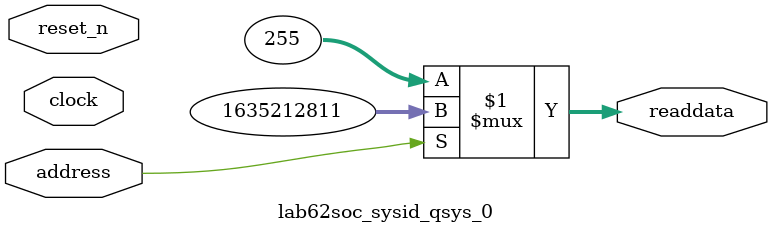
<source format=v>



// synthesis translate_off
`timescale 1ns / 1ps
// synthesis translate_on

// turn off superfluous verilog processor warnings 
// altera message_level Level1 
// altera message_off 10034 10035 10036 10037 10230 10240 10030 

module lab62soc_sysid_qsys_0 (
               // inputs:
                address,
                clock,
                reset_n,

               // outputs:
                readdata
             )
;

  output  [ 31: 0] readdata;
  input            address;
  input            clock;
  input            reset_n;

  wire    [ 31: 0] readdata;
  //control_slave, which is an e_avalon_slave
  assign readdata = address ? 1635212811 : 255;

endmodule



</source>
